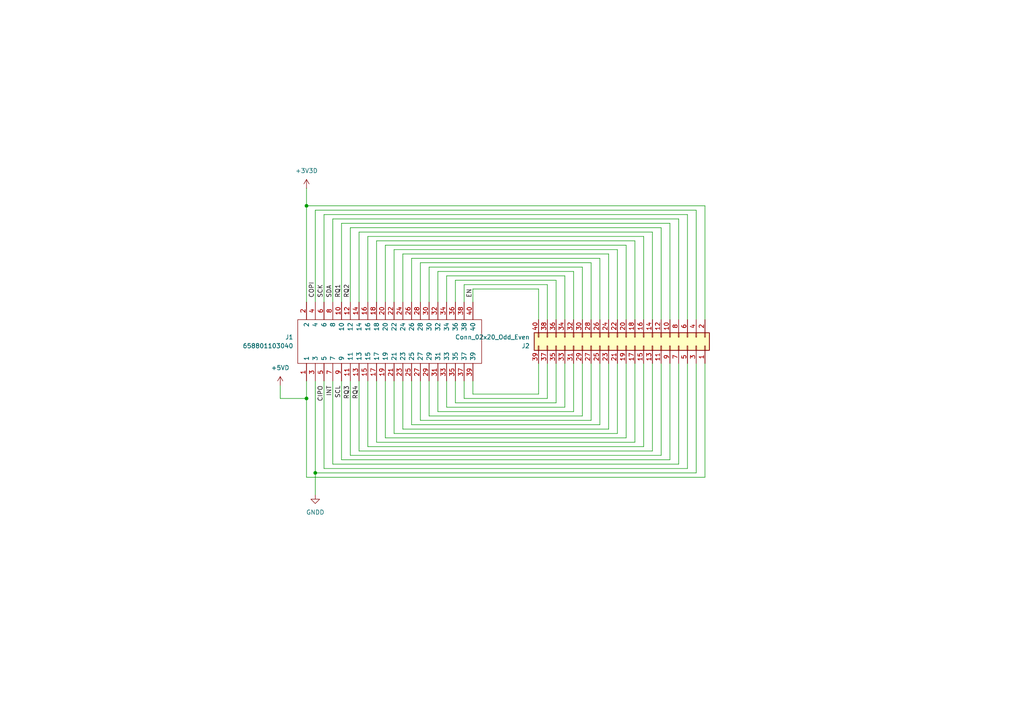
<source format=kicad_sch>
(kicad_sch (version 20250114) (generator "eeschema") (generator_version "9.0")
  (paper "A4")
  (lib_symbols
    (symbol "Connector_Generic:Conn_02x20_Odd_Even" (pin_names (offset 1.016) (hide yes))
      (property "Reference" "J" (at 1.27 25.4 0))
      (property "Value" "Conn_02x20_Odd_Even" (at 1.27 -27.94 0))
      (symbol "Conn_02x20_Odd_Even_1_1"
        (rectangle (start -1.27 24.13) (end 3.81 -26.67) (stroke (width 0.254)) (fill (type background)))
        (rectangle (start -1.27 22.987) (end 0 22.733) (stroke (width 0.1524)))
        (rectangle (start -1.27 20.447) (end 0 20.193) (stroke (width 0.1524)))
        (rectangle (start -1.27 17.907) (end 0 17.653) (stroke (width 0.1524)))
        (rectangle (start -1.27 15.367) (end 0 15.113) (stroke (width 0.1524)))
        (rectangle (start -1.27 12.827) (end 0 12.573) (stroke (width 0.1524)))
        (rectangle (start -1.27 10.287) (end 0 10.033) (stroke (width 0.1524)))
        (rectangle (start -1.27 7.747) (end 0 7.493) (stroke (width 0.1524)))
        (rectangle (start -1.27 5.207) (end 0 4.953) (stroke (width 0.1524)))
        (rectangle (start -1.27 2.667) (end 0 2.413) (stroke (width 0.1524)))
        (rectangle (start -1.27 0.127) (end 0 -0.127) (stroke (width 0.1524)))
        (rectangle (start -1.27 -2.413) (end 0 -2.667) (stroke (width 0.1524)))
        (rectangle (start -1.27 -4.953) (end 0 -5.207) (stroke (width 0.1524)))
        (rectangle (start -1.27 -7.493) (end 0 -7.747) (stroke (width 0.1524)))
        (rectangle (start -1.27 -10.033) (end 0 -10.287) (stroke (width 0.1524)))
        (rectangle (start -1.27 -12.573) (end 0 -12.827) (stroke (width 0.1524)))
        (rectangle (start -1.27 -15.113) (end 0 -15.367) (stroke (width 0.1524)))
        (rectangle (start -1.27 -17.653) (end 0 -17.907) (stroke (width 0.1524)))
        (rectangle (start -1.27 -20.193) (end 0 -20.447) (stroke (width 0.1524)))
        (rectangle (start -1.27 -22.733) (end 0 -22.987) (stroke (width 0.1524)))
        (rectangle (start -1.27 -25.273) (end 0 -25.527) (stroke (width 0.1524)))
        (rectangle (start 3.81 22.987) (end 2.54 22.733) (stroke (width 0.1524)))
        (rectangle (start 3.81 20.447) (end 2.54 20.193) (stroke (width 0.1524)))
        (rectangle (start 3.81 17.907) (end 2.54 17.653) (stroke (width 0.1524)))
        (rectangle (start 3.81 15.367) (end 2.54 15.113) (stroke (width 0.1524)))
        (rectangle (start 3.81 12.827) (end 2.54 12.573) (stroke (width 0.1524)))
        (rectangle (start 3.81 10.287) (end 2.54 10.033) (stroke (width 0.1524)))
        (rectangle (start 3.81 7.747) (end 2.54 7.493) (stroke (width 0.1524)))
        (rectangle (start 3.81 5.207) (end 2.54 4.953) (stroke (width 0.1524)))
        (rectangle (start 3.81 2.667) (end 2.54 2.413) (stroke (width 0.1524)))
        (rectangle (start 3.81 0.127) (end 2.54 -0.127) (stroke (width 0.1524)))
        (rectangle (start 3.81 -2.413) (end 2.54 -2.667) (stroke (width 0.1524)))
        (rectangle (start 3.81 -4.953) (end 2.54 -5.207) (stroke (width 0.1524)))
        (rectangle (start 3.81 -7.493) (end 2.54 -7.747) (stroke (width 0.1524)))
        (rectangle (start 3.81 -10.033) (end 2.54 -10.287) (stroke (width 0.1524)))
        (rectangle (start 3.81 -12.573) (end 2.54 -12.827) (stroke (width 0.1524)))
        (rectangle (start 3.81 -15.113) (end 2.54 -15.367) (stroke (width 0.1524)))
        (rectangle (start 3.81 -17.653) (end 2.54 -17.907) (stroke (width 0.1524)))
        (rectangle (start 3.81 -20.193) (end 2.54 -20.447) (stroke (width 0.1524)))
        (rectangle (start 3.81 -22.733) (end 2.54 -22.987) (stroke (width 0.1524)))
        (rectangle (start 3.81 -25.273) (end 2.54 -25.527) (stroke (width 0.1524)))
        (pin passive line (at -5.08 22.86 0) (length 3.81) (name "Pin_1") (number "1"))
        (pin passive line (at -5.08 20.32 0) (length 3.81) (name "Pin_3") (number "3"))
        (pin passive line (at -5.08 17.78 0) (length 3.81) (name "Pin_5") (number "5"))
        (pin passive line (at -5.08 15.24 0) (length 3.81) (name "Pin_7") (number "7"))
        (pin passive line (at -5.08 12.7 0) (length 3.81) (name "Pin_9") (number "9"))
        (pin passive line (at -5.08 10.16 0) (length 3.81) (name "Pin_11") (number "11"))
        (pin passive line (at -5.08 7.62 0) (length 3.81) (name "Pin_13") (number "13"))
        (pin passive line (at -5.08 5.08 0) (length 3.81) (name "Pin_15") (number "15"))
        (pin passive line (at -5.08 2.54 0) (length 3.81) (name "Pin_17") (number "17"))
        (pin passive line (at -5.08 0 0) (length 3.81) (name "Pin_19") (number "19"))
        (pin passive line (at -5.08 -2.54 0) (length 3.81) (name "Pin_21") (number "21"))
        (pin passive line (at -5.08 -5.08 0) (length 3.81) (name "Pin_23") (number "23"))
        (pin passive line (at -5.08 -7.62 0) (length 3.81) (name "Pin_25") (number "25"))
        (pin passive line (at -5.08 -10.16 0) (length 3.81) (name "Pin_27") (number "27"))
        (pin passive line (at -5.08 -12.7 0) (length 3.81) (name "Pin_29") (number "29"))
        (pin passive line (at -5.08 -15.24 0) (length 3.81) (name "Pin_31") (number "31"))
        (pin passive line (at -5.08 -17.78 0) (length 3.81) (name "Pin_33") (number "33"))
        (pin passive line (at -5.08 -20.32 0) (length 3.81) (name "Pin_35") (number "35"))
        (pin passive line (at -5.08 -22.86 0) (length 3.81) (name "Pin_37") (number "37"))
        (pin passive line (at -5.08 -25.4 0) (length 3.81) (name "Pin_39") (number "39"))
        (pin passive line (at 7.62 22.86 180) (length 3.81) (name "Pin_2") (number "2"))
        (pin passive line (at 7.62 20.32 180) (length 3.81) (name "Pin_4") (number "4"))
        (pin passive line (at 7.62 17.78 180) (length 3.81) (name "Pin_6") (number "6"))
        (pin passive line (at 7.62 15.24 180) (length 3.81) (name "Pin_8") (number "8"))
        (pin passive line (at 7.62 12.7 180) (length 3.81) (name "Pin_10") (number "10"))
        (pin passive line (at 7.62 10.16 180) (length 3.81) (name "Pin_12") (number "12"))
        (pin passive line (at 7.62 7.62 180) (length 3.81) (name "Pin_14") (number "14"))
        (pin passive line (at 7.62 5.08 180) (length 3.81) (name "Pin_16") (number "16"))
        (pin passive line (at 7.62 2.54 180) (length 3.81) (name "Pin_18") (number "18"))
        (pin passive line (at 7.62 0 180) (length 3.81) (name "Pin_20") (number "20"))
        (pin passive line (at 7.62 -2.54 180) (length 3.81) (name "Pin_22") (number "22"))
        (pin passive line (at 7.62 -5.08 180) (length 3.81) (name "Pin_24") (number "24"))
        (pin passive line (at 7.62 -7.62 180) (length 3.81) (name "Pin_26") (number "26"))
        (pin passive line (at 7.62 -10.16 180) (length 3.81) (name "Pin_28") (number "28"))
        (pin passive line (at 7.62 -12.7 180) (length 3.81) (name "Pin_30") (number "30"))
        (pin passive line (at 7.62 -15.24 180) (length 3.81) (name "Pin_32") (number "32"))
        (pin passive line (at 7.62 -17.78 180) (length 3.81) (name "Pin_34") (number "34"))
        (pin passive line (at 7.62 -20.32 180) (length 3.81) (name "Pin_36") (number "36"))
        (pin passive line (at 7.62 -22.86 180) (length 3.81) (name "Pin_38") (number "38"))
        (pin passive line (at 7.62 -25.4 180) (length 3.81) (name "Pin_40") (number "40"))
      )
    )
    (symbol "SamacSys_Parts:658801103040" (pin_names (offset 0.762))
      (property "Reference" "J" (at 19.05 7.62 0))
      (property "Value" "658801103040" (at 19.05 5.08 0))
      (symbol "658801103040_0_0"
        (pin passive line (at 0 0 0) (length 5.08) (name "1") (number "1"))
        (pin passive line (at 0 -2.54 0) (length 5.08) (name "3") (number "3"))
        (pin passive line (at 0 -5.08 0) (length 5.08) (name "5") (number "5"))
        (pin passive line (at 0 -7.62 0) (length 5.08) (name "7") (number "7"))
        (pin passive line (at 0 -10.16 0) (length 5.08) (name "9") (number "9"))
        (pin passive line (at 0 -12.7 0) (length 5.08) (name "11") (number "11"))
        (pin passive line (at 0 -15.24 0) (length 5.08) (name "13") (number "13"))
        (pin passive line (at 0 -17.78 0) (length 5.08) (name "15") (number "15"))
        (pin passive line (at 0 -20.32 0) (length 5.08) (name "17") (number "17"))
        (pin passive line (at 0 -22.86 0) (length 5.08) (name "19") (number "19"))
        (pin passive line (at 0 -25.4 0) (length 5.08) (name "21") (number "21"))
        (pin passive line (at 0 -27.94 0) (length 5.08) (name "23") (number "23"))
        (pin passive line (at 0 -30.48 0) (length 5.08) (name "25") (number "25"))
        (pin passive line (at 0 -33.02 0) (length 5.08) (name "27") (number "27"))
        (pin passive line (at 0 -35.56 0) (length 5.08) (name "29") (number "29"))
        (pin passive line (at 0 -38.1 0) (length 5.08) (name "31") (number "31"))
        (pin passive line (at 0 -40.64 0) (length 5.08) (name "33") (number "33"))
        (pin passive line (at 0 -43.18 0) (length 5.08) (name "35") (number "35"))
        (pin passive line (at 0 -45.72 0) (length 5.08) (name "37") (number "37"))
        (pin passive line (at 0 -48.26 0) (length 5.08) (name "39") (number "39"))
        (pin passive line (at 22.86 0 180) (length 5.08) (name "2") (number "2"))
        (pin passive line (at 22.86 -2.54 180) (length 5.08) (name "4") (number "4"))
        (pin passive line (at 22.86 -5.08 180) (length 5.08) (name "6") (number "6"))
        (pin passive line (at 22.86 -7.62 180) (length 5.08) (name "8") (number "8"))
        (pin passive line (at 22.86 -10.16 180) (length 5.08) (name "10") (number "10"))
        (pin passive line (at 22.86 -12.7 180) (length 5.08) (name "12") (number "12"))
        (pin passive line (at 22.86 -15.24 180) (length 5.08) (name "14") (number "14"))
        (pin passive line (at 22.86 -17.78 180) (length 5.08) (name "16") (number "16"))
        (pin passive line (at 22.86 -20.32 180) (length 5.08) (name "18") (number "18"))
        (pin passive line (at 22.86 -22.86 180) (length 5.08) (name "20") (number "20"))
        (pin passive line (at 22.86 -25.4 180) (length 5.08) (name "22") (number "22"))
        (pin passive line (at 22.86 -27.94 180) (length 5.08) (name "24") (number "24"))
        (pin passive line (at 22.86 -30.48 180) (length 5.08) (name "26") (number "26"))
        (pin passive line (at 22.86 -33.02 180) (length 5.08) (name "28") (number "28"))
        (pin passive line (at 22.86 -35.56 180) (length 5.08) (name "30") (number "30"))
        (pin passive line (at 22.86 -38.1 180) (length 5.08) (name "32") (number "32"))
        (pin passive line (at 22.86 -40.64 180) (length 5.08) (name "34") (number "34"))
        (pin passive line (at 22.86 -43.18 180) (length 5.08) (name "36") (number "36"))
        (pin passive line (at 22.86 -45.72 180) (length 5.08) (name "38") (number "38"))
        (pin passive line (at 22.86 -48.26 180) (length 5.08) (name "40") (number "40"))
      )
      (symbol "658801103040_0_1"
        (polyline (pts (xy 5.08 2.54) (xy 17.78 2.54) (xy 17.78 -50.8) (xy 5.08 -50.8) (xy 5.08 2.54)) (stroke (width 0.1524)))
      )
    )
    (symbol "power:+5V" (power) (pin_numbers (hide yes)) (pin_names (offset 0) (hide yes))
      (property "Value" "+5V" (at 0 3.556 0))
      (symbol "+5V_0_1"
        (polyline (pts (xy -0.762 1.27) (xy 0 2.54)))
        (polyline (pts (xy 0 2.54) (xy 0.762 1.27)))
        (polyline (pts (xy 0 0) (xy 0 2.54)))
      )
      (symbol "+5V_1_1"
        (pin power_in line (at 0 0 90) (length 0) (name "~") (number "1"))
      )
    )
    (symbol "power:GND" (power) (pin_numbers (hide yes)) (pin_names (offset 0) (hide yes))
      (property "Value" "GND" (at 0 -3.81 0))
      (symbol "GND_0_1"
        (polyline (pts (xy 0 0) (xy 0 -1.27) (xy 1.27 -1.27) (xy 0 -2.54) (xy -1.27 -1.27) (xy 0 -1.27)))
      )
      (symbol "GND_1_1"
        (pin power_in line (at 0 0 270) (length 0) (name "~") (number "1"))
      )
    )
  )
  (junction (at 88.9 59.69))
  (junction (at 91.44 137.16))
  (junction (at 88.9 115.57))
  (wire (pts (xy 156.21 114.3) (xy 137.16 114.3)))
  (wire (pts (xy 186.69 129.54) (xy 186.69 105.41)))
  (wire (pts (xy 88.9 138.43) (xy 88.9 115.57)))
  (wire (pts (xy 124.46 120.65) (xy 168.91 120.65)))
  (wire (pts (xy 201.93 60.96) (xy 91.44 60.96)))
  (wire (pts (xy 129.54 80.01) (xy 163.83 80.01)))
  (wire (pts (xy 181.61 127) (xy 181.61 105.41)))
  (wire (pts (xy 137.16 87.63) (xy 137.16 83.82)))
  (wire (pts (xy 201.93 92.71) (xy 201.93 60.96)))
  (wire (pts (xy 104.14 67.31) (xy 104.14 87.63)))
  (wire (pts (xy 176.53 105.41) (xy 176.53 124.46)))
  (wire (pts (xy 106.68 68.58) (xy 106.68 87.63)))
  (wire (pts (xy 109.22 69.85) (xy 109.22 87.63)))
  (wire (pts (xy 134.62 87.63) (xy 134.62 82.55)))
  (wire (pts (xy 91.44 60.96) (xy 91.44 87.63)))
  (wire (pts (xy 93.98 135.89) (xy 93.98 110.49)))
  (wire (pts (xy 137.16 114.3) (xy 137.16 110.49)))
  (wire (pts (xy 179.07 125.73) (xy 179.07 105.41)))
  (wire (pts (xy 99.06 64.77) (xy 99.06 87.63)))
  (wire (pts (xy 173.99 123.19) (xy 173.99 105.41)))
  (wire (pts (xy 99.06 110.49) (xy 99.06 133.35)))
  (wire (pts (xy 119.38 74.93) (xy 119.38 87.63)))
  (wire (pts (xy 116.84 73.66) (xy 176.53 73.66)))
  (wire (pts (xy 194.31 92.71) (xy 194.31 64.77)))
  (wire (pts (xy 99.06 133.35) (xy 194.31 133.35)))
  (wire (pts (xy 119.38 110.49) (xy 119.38 123.19)))
  (wire (pts (xy 88.9 59.69) (xy 204.47 59.69)))
  (wire (pts (xy 96.52 110.49) (xy 96.52 134.62)))
  (wire (pts (xy 199.39 62.23) (xy 199.39 92.71)))
  (wire (pts (xy 168.91 77.47) (xy 124.46 77.47)))
  (wire (pts (xy 101.6 132.08) (xy 191.77 132.08)))
  (wire (pts (xy 101.6 110.49) (xy 101.6 132.08)))
  (wire (pts (xy 204.47 105.41) (xy 204.47 138.43)))
  (wire (pts (xy 173.99 74.93) (xy 119.38 74.93)))
  (wire (pts (xy 184.15 69.85) (xy 109.22 69.85)))
  (wire (pts (xy 166.37 119.38) (xy 166.37 105.41)))
  (wire (pts (xy 189.23 67.31) (xy 104.14 67.31)))
  (wire (pts (xy 106.68 129.54) (xy 186.69 129.54)))
  (wire (pts (xy 121.92 121.92) (xy 171.45 121.92)))
  (wire (pts (xy 129.54 87.63) (xy 129.54 80.01)))
  (wire (pts (xy 191.77 132.08) (xy 191.77 105.41)))
  (wire (pts (xy 171.45 92.71) (xy 171.45 76.2)))
  (wire (pts (xy 111.76 127) (xy 181.61 127)))
  (wire (pts (xy 109.22 110.49) (xy 109.22 128.27)))
  (wire (pts (xy 163.83 105.41) (xy 163.83 118.11)))
  (wire (pts (xy 158.75 82.55) (xy 158.75 92.71)))
  (wire (pts (xy 124.46 110.49) (xy 124.46 120.65)))
  (wire (pts (xy 119.38 123.19) (xy 173.99 123.19)))
  (wire (pts (xy 199.39 135.89) (xy 93.98 135.89)))
  (wire (pts (xy 199.39 105.41) (xy 199.39 135.89)))
  (wire (pts (xy 176.53 124.46) (xy 116.84 124.46)))
  (wire (pts (xy 173.99 92.71) (xy 173.99 74.93)))
  (wire (pts (xy 101.6 66.04) (xy 101.6 87.63)))
  (wire (pts (xy 114.3 72.39) (xy 114.3 87.63)))
  (wire (pts (xy 127 119.38) (xy 166.37 119.38)))
  (wire (pts (xy 163.83 80.01) (xy 163.83 92.71)))
  (wire (pts (xy 196.85 134.62) (xy 196.85 105.41)))
  (wire (pts (xy 132.08 116.84) (xy 161.29 116.84)))
  (wire (pts (xy 166.37 92.71) (xy 166.37 78.74)))
  (wire (pts (xy 204.47 59.69) (xy 204.47 92.71)))
  (wire (pts (xy 116.84 124.46) (xy 116.84 110.49)))
  (wire (pts (xy 91.44 110.49) (xy 91.44 137.16)))
  (wire (pts (xy 184.15 92.71) (xy 184.15 69.85)))
  (wire (pts (xy 158.75 105.41) (xy 158.75 115.57)))
  (wire (pts (xy 156.21 83.82) (xy 156.21 92.71)))
  (wire (pts (xy 161.29 81.28) (xy 132.08 81.28)))
  (wire (pts (xy 194.31 133.35) (xy 194.31 105.41)))
  (wire (pts (xy 134.62 115.57) (xy 134.62 110.49)))
  (wire (pts (xy 181.61 92.71) (xy 181.61 71.12)))
  (wire (pts (xy 184.15 128.27) (xy 184.15 105.41)))
  (wire (pts (xy 194.31 64.77) (xy 99.06 64.77)))
  (wire (pts (xy 129.54 118.11) (xy 129.54 110.49)))
  (wire (pts (xy 121.92 76.2) (xy 121.92 87.63)))
  (wire (pts (xy 166.37 78.74) (xy 127 78.74)))
  (wire (pts (xy 176.53 73.66) (xy 176.53 92.71)))
  (wire (pts (xy 127 78.74) (xy 127 87.63)))
  (wire (pts (xy 196.85 63.5) (xy 96.52 63.5)))
  (wire (pts (xy 111.76 110.49) (xy 111.76 127)))
  (wire (pts (xy 124.46 77.47) (xy 124.46 87.63)))
  (wire (pts (xy 191.77 66.04) (xy 101.6 66.04)))
  (wire (pts (xy 171.45 76.2) (xy 121.92 76.2)))
  (wire (pts (xy 127 110.49) (xy 127 119.38)))
  (wire (pts (xy 201.93 137.16) (xy 201.93 105.41)))
  (wire (pts (xy 163.83 118.11) (xy 129.54 118.11)))
  (wire (pts (xy 179.07 92.71) (xy 179.07 72.39)))
  (wire (pts (xy 132.08 81.28) (xy 132.08 87.63)))
  (wire (pts (xy 88.9 115.57) (xy 88.9 110.49)))
  (wire (pts (xy 88.9 54.61) (xy 88.9 59.69)))
  (wire (pts (xy 181.61 71.12) (xy 111.76 71.12)))
  (wire (pts (xy 179.07 72.39) (xy 114.3 72.39)))
  (wire (pts (xy 196.85 92.71) (xy 196.85 63.5)))
  (wire (pts (xy 106.68 110.49) (xy 106.68 129.54)))
  (wire (pts (xy 186.69 92.71) (xy 186.69 68.58)))
  (wire (pts (xy 91.44 137.16) (xy 201.93 137.16)))
  (wire (pts (xy 121.92 110.49) (xy 121.92 121.92)))
  (wire (pts (xy 204.47 138.43) (xy 88.9 138.43)))
  (wire (pts (xy 114.3 125.73) (xy 179.07 125.73)))
  (wire (pts (xy 81.28 115.57) (xy 88.9 115.57)))
  (wire (pts (xy 81.28 111.76) (xy 81.28 115.57)))
  (wire (pts (xy 161.29 116.84) (xy 161.29 105.41)))
  (wire (pts (xy 191.77 92.71) (xy 191.77 66.04)))
  (wire (pts (xy 189.23 92.71) (xy 189.23 67.31)))
  (wire (pts (xy 93.98 62.23) (xy 199.39 62.23)))
  (wire (pts (xy 171.45 121.92) (xy 171.45 105.41)))
  (wire (pts (xy 134.62 82.55) (xy 158.75 82.55)))
  (wire (pts (xy 186.69 68.58) (xy 106.68 68.58)))
  (wire (pts (xy 104.14 130.81) (xy 189.23 130.81)))
  (wire (pts (xy 111.76 71.12) (xy 111.76 87.63)))
  (wire (pts (xy 93.98 87.63) (xy 93.98 62.23)))
  (wire (pts (xy 161.29 92.71) (xy 161.29 81.28)))
  (wire (pts (xy 158.75 115.57) (xy 134.62 115.57)))
  (wire (pts (xy 132.08 110.49) (xy 132.08 116.84)))
  (wire (pts (xy 88.9 87.63) (xy 88.9 59.69)))
  (wire (pts (xy 189.23 130.81) (xy 189.23 105.41)))
  (wire (pts (xy 91.44 137.16) (xy 91.44 143.51)))
  (wire (pts (xy 96.52 63.5) (xy 96.52 87.63)))
  (wire (pts (xy 109.22 128.27) (xy 184.15 128.27)))
  (wire (pts (xy 116.84 87.63) (xy 116.84 73.66)))
  (wire (pts (xy 96.52 134.62) (xy 196.85 134.62)))
  (wire (pts (xy 104.14 110.49) (xy 104.14 130.81)))
  (wire (pts (xy 168.91 92.71) (xy 168.91 77.47)))
  (wire (pts (xy 156.21 105.41) (xy 156.21 114.3)))
  (wire (pts (xy 168.91 120.65) (xy 168.91 105.41)))
  (wire (pts (xy 114.3 110.49) (xy 114.3 125.73)))
  (wire (pts (xy 137.16 83.82) (xy 156.21 83.82)))
  (label "SCL" (at 99.06 111.76 270))
  (label "RQ1" (at 99.06 86.36 90))
  (label "SDA" (at 96.52 86.36 90))
  (label "RQ3" (at 101.6 111.76 270))
  (label "RQ4" (at 104.14 111.76 270))
  (label "CIPO" (at 93.98 111.76 270))
  (label "SCK" (at 93.98 86.36 90))
  (label "EN" (at 137.16 86.36 90))
  (label "RQ2" (at 101.6 86.36 90))
  (label "COPI" (at 91.44 86.36 90))
  (label "INT" (at 96.52 111.76 270))
  (symbol (lib_id "SamacSys_Parts:658801103040") (at 88.9 110.49 90) (unit 1)
    (property "Reference" "J1" (at 85.09 97.7899 90) (effects (justify left)))
    (property "Value" "658801103040" (at 85.09 100.3299 90) (effects (justify left)))
    (property "Footprint" "SamacSys_Parts:658801103040" (effects (hide yes)))
    (property "Datasheet" "https://katalog.we-online.de/em/datasheet/658801103040.pdf" (effects (hide yes)))
    (property "Description" "Headers & Wire Housings WR-BTB 1mm Fml Vert Rcptl 11.75mm Ht 40P" (effects (hide yes)))
    (property "Description_1" "Headers & Wire Housings WR-BTB 1mm Fml Vert Rcptl 11.75mm Ht 40P" (effects (hide yes)))
    (property "Height" "11.75" (effects (hide yes)))
    (property "Mouser Part Number" "710-658801103040" (effects (hide yes)))
    (property "Mouser Price/Stock" "https://www.mouser.com/Search/Refine.aspx?Keyword=710-658801103040" (effects (hide yes)))
    (property "Manufacturer_Name" "Wurth Elektronik" (effects (hide yes)))
    (property "Manufacturer_Part_Number" "658801103040" (effects (hide yes)))
  )
  (symbol (lib_id "power:+5V") (at 88.9 54.61 0) (unit 1)
    (property "Reference" "#PWR03" (effects (hide yes)))
    (property "Value" "+3V3D" (at 88.9 49.53 0))
    (property "Description" "Power symbol creates a global label with name \"+5V\"" (effects (hide yes)))
  )
  (symbol (lib_id "power:+5V") (at 81.28 111.76 0) (unit 1)
    (property "Reference" "#PWR04" (effects (hide yes)))
    (property "Value" "+5VD" (at 81.28 106.68 0))
    (property "Description" "Power symbol creates a global label with name \"+5V\"" (effects (hide yes)))
  )
  (symbol (lib_id "power:GND") (at 91.44 143.51 0) (unit 1)
    (property "Reference" "#PWR05" (effects (hide yes)))
    (property "Value" "GNDD" (at 91.44 148.59 0))
    (property "Description" "Power symbol creates a global label with name \"GND\" , ground" (effects (hide yes)))
  )
  (symbol (lib_id "Connector_Generic:Conn_02x20_Odd_Even") (at 181.61 100.33 270) (mirror x) (unit 1)
    (property "Reference" "J2" (at 153.67 100.3301 90) (effects (justify right)))
    (property "Value" "Conn_02x20_Odd_Even" (at 153.67 97.7901 90) (effects (justify right)))
    (property "Footprint" "Connector_PinHeader_2.54mm:PinHeader_2x20_P2.54mm_Vertical" (effects (hide yes)))
    (property "Description" "Generic connector, double row, 02x20, odd/even pin numbering scheme (row 1 odd numbers, row 2 even numbers), script generated (kicad-library-utils/schlib/autogen/connector/)" (effects (hide yes)))
  )
)
</source>
